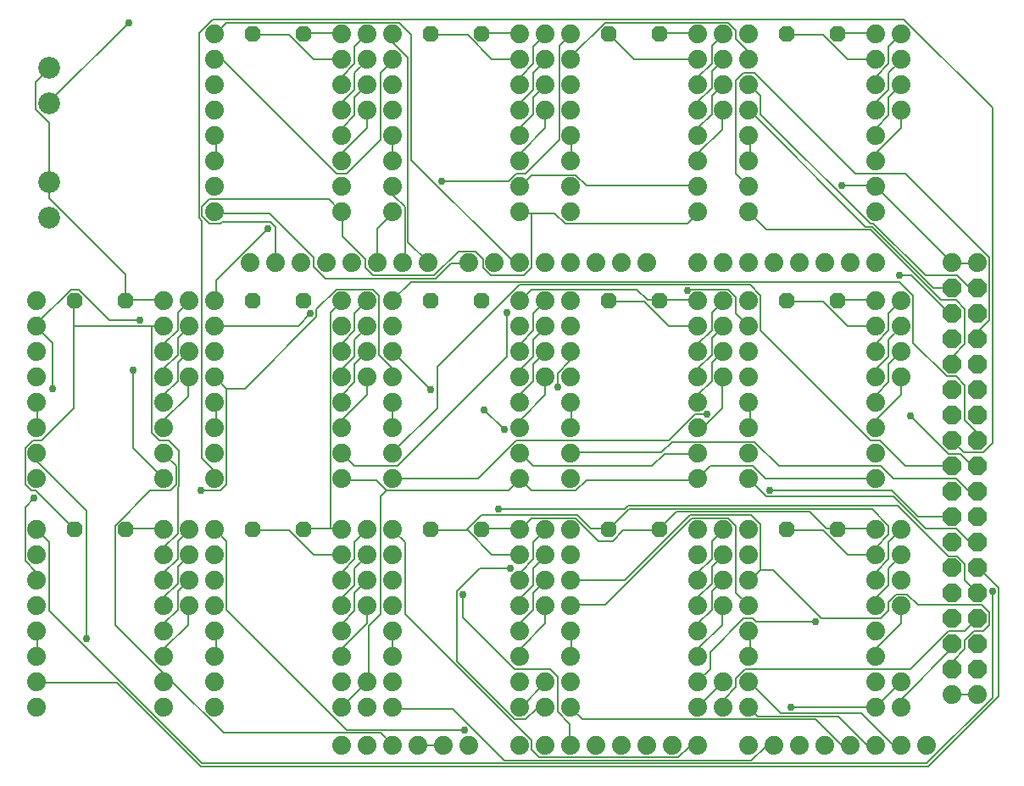
<source format=gbr>
G04 EAGLE Gerber RS-274X export*
G75*
%MOMM*%
%FSLAX34Y34*%
%LPD*%
%INTop Copper*%
%IPPOS*%
%AMOC8*
5,1,8,0,0,1.08239X$1,22.5*%
G01*
%ADD10C,1.879600*%
%ADD11P,2.034460X8X112.500000*%
%ADD12P,1.732040X8X202.500000*%
%ADD13C,2.184400*%
%ADD14C,0.152400*%
%ADD15C,0.756400*%


D10*
X203200Y63500D03*
X203200Y88900D03*
X203200Y114300D03*
X203200Y139700D03*
X203200Y165100D03*
X203200Y190500D03*
X203200Y215900D03*
X203200Y241300D03*
X381000Y63500D03*
X381000Y88900D03*
X381000Y114300D03*
X381000Y139700D03*
X381000Y165100D03*
X381000Y190500D03*
X381000Y215900D03*
X381000Y241300D03*
X558800Y63500D03*
X558800Y88900D03*
X558800Y114300D03*
X558800Y139700D03*
X558800Y165100D03*
X558800Y190500D03*
X558800Y215900D03*
X558800Y241300D03*
X736600Y63500D03*
X736600Y88900D03*
X736600Y114300D03*
X736600Y139700D03*
X736600Y165100D03*
X736600Y190500D03*
X736600Y215900D03*
X736600Y241300D03*
X25400Y241300D03*
X25400Y215900D03*
X25400Y190500D03*
X25400Y165100D03*
X25400Y139700D03*
X25400Y114300D03*
X25400Y88900D03*
X25400Y63500D03*
X736600Y469900D03*
X736600Y444500D03*
X736600Y419100D03*
X736600Y393700D03*
X736600Y368300D03*
X736600Y342900D03*
X736600Y317500D03*
X736600Y292100D03*
X558800Y469900D03*
X558800Y444500D03*
X558800Y419100D03*
X558800Y393700D03*
X558800Y368300D03*
X558800Y342900D03*
X558800Y317500D03*
X558800Y292100D03*
X381000Y469900D03*
X381000Y444500D03*
X381000Y419100D03*
X381000Y393700D03*
X381000Y368300D03*
X381000Y342900D03*
X381000Y317500D03*
X381000Y292100D03*
X203200Y469900D03*
X203200Y444500D03*
X203200Y419100D03*
X203200Y393700D03*
X203200Y368300D03*
X203200Y342900D03*
X203200Y317500D03*
X203200Y292100D03*
X25400Y469900D03*
X25400Y444500D03*
X25400Y419100D03*
X25400Y393700D03*
X25400Y368300D03*
X25400Y342900D03*
X25400Y317500D03*
X25400Y292100D03*
X736600Y736600D03*
X736600Y711200D03*
X736600Y685800D03*
X736600Y660400D03*
X736600Y635000D03*
X736600Y609600D03*
X736600Y584200D03*
X736600Y558800D03*
X558800Y736600D03*
X558800Y711200D03*
X558800Y685800D03*
X558800Y660400D03*
X558800Y635000D03*
X558800Y609600D03*
X558800Y584200D03*
X558800Y558800D03*
X381000Y736600D03*
X381000Y711200D03*
X381000Y685800D03*
X381000Y660400D03*
X381000Y635000D03*
X381000Y609600D03*
X381000Y584200D03*
X381000Y558800D03*
X203200Y736600D03*
X203200Y711200D03*
X203200Y685800D03*
X203200Y660400D03*
X203200Y635000D03*
X203200Y609600D03*
X203200Y584200D03*
X203200Y558800D03*
X330200Y63500D03*
X330200Y88900D03*
X330200Y114300D03*
X330200Y139700D03*
X330200Y165100D03*
X330200Y190500D03*
X330200Y215900D03*
X330200Y241300D03*
X355600Y165100D03*
X355600Y190500D03*
X355600Y215900D03*
X355600Y241300D03*
X355600Y63500D03*
X355600Y88900D03*
X533400Y63500D03*
X533400Y88900D03*
X711200Y63500D03*
X711200Y88900D03*
X889000Y63500D03*
X889000Y88900D03*
X508000Y63500D03*
X508000Y88900D03*
X508000Y114300D03*
X508000Y139700D03*
X508000Y165100D03*
X508000Y190500D03*
X508000Y215900D03*
X508000Y241300D03*
X533400Y165100D03*
X533400Y190500D03*
X533400Y215900D03*
X533400Y241300D03*
X685800Y63500D03*
X685800Y88900D03*
X685800Y114300D03*
X685800Y139700D03*
X685800Y165100D03*
X685800Y190500D03*
X685800Y215900D03*
X685800Y241300D03*
X863600Y63500D03*
X863600Y88900D03*
X863600Y114300D03*
X863600Y139700D03*
X863600Y165100D03*
X863600Y190500D03*
X863600Y215900D03*
X863600Y241300D03*
X152400Y63500D03*
X152400Y88900D03*
X152400Y114300D03*
X152400Y139700D03*
X152400Y165100D03*
X152400Y190500D03*
X152400Y215900D03*
X152400Y241300D03*
X863600Y292100D03*
X863600Y317500D03*
X863600Y342900D03*
X863600Y368300D03*
X863600Y393700D03*
X863600Y419100D03*
X863600Y444500D03*
X863600Y469900D03*
X685800Y292100D03*
X685800Y317500D03*
X685800Y342900D03*
X685800Y368300D03*
X685800Y393700D03*
X685800Y419100D03*
X685800Y444500D03*
X685800Y469900D03*
X508000Y292100D03*
X508000Y317500D03*
X508000Y342900D03*
X508000Y368300D03*
X508000Y393700D03*
X508000Y419100D03*
X508000Y444500D03*
X508000Y469900D03*
X330200Y292100D03*
X330200Y317500D03*
X330200Y342900D03*
X330200Y368300D03*
X330200Y393700D03*
X330200Y419100D03*
X330200Y444500D03*
X330200Y469900D03*
X152400Y292100D03*
X152400Y317500D03*
X152400Y342900D03*
X152400Y368300D03*
X152400Y393700D03*
X152400Y419100D03*
X152400Y444500D03*
X152400Y469900D03*
X863600Y558800D03*
X863600Y584200D03*
X863600Y609600D03*
X863600Y635000D03*
X863600Y660400D03*
X863600Y685800D03*
X863600Y711200D03*
X863600Y736600D03*
X685800Y558800D03*
X685800Y584200D03*
X685800Y609600D03*
X685800Y635000D03*
X685800Y660400D03*
X685800Y685800D03*
X685800Y711200D03*
X685800Y736600D03*
X508000Y558800D03*
X508000Y584200D03*
X508000Y609600D03*
X508000Y635000D03*
X508000Y660400D03*
X508000Y685800D03*
X508000Y711200D03*
X508000Y736600D03*
X330200Y558800D03*
X330200Y584200D03*
X330200Y609600D03*
X330200Y635000D03*
X330200Y660400D03*
X330200Y685800D03*
X330200Y711200D03*
X330200Y736600D03*
X711200Y165100D03*
X711200Y190500D03*
X711200Y215900D03*
X711200Y241300D03*
X889000Y165100D03*
X889000Y190500D03*
X889000Y215900D03*
X889000Y241300D03*
X177800Y165100D03*
X177800Y190500D03*
X177800Y215900D03*
X177800Y241300D03*
X889000Y393700D03*
X889000Y419100D03*
X889000Y444500D03*
X889000Y469900D03*
X711200Y393700D03*
X711200Y419100D03*
X711200Y444500D03*
X711200Y469900D03*
X533400Y393700D03*
X533400Y419100D03*
X533400Y444500D03*
X533400Y469900D03*
X355600Y393700D03*
X355600Y419100D03*
X355600Y444500D03*
X355600Y469900D03*
X177800Y393700D03*
X177800Y419100D03*
X177800Y444500D03*
X177800Y469900D03*
X889000Y660400D03*
X889000Y685800D03*
X889000Y711200D03*
X889000Y736600D03*
X711200Y660400D03*
X711200Y685800D03*
X711200Y711200D03*
X711200Y736600D03*
X533400Y660400D03*
X533400Y685800D03*
X533400Y711200D03*
X533400Y736600D03*
X355600Y660400D03*
X355600Y685800D03*
X355600Y711200D03*
X355600Y736600D03*
X762000Y25400D03*
X787400Y25400D03*
X812800Y25400D03*
X838200Y25400D03*
X863600Y25400D03*
X889000Y25400D03*
X914400Y25400D03*
X736600Y25400D03*
X711200Y508000D03*
X736600Y508000D03*
X762000Y508000D03*
X787400Y508000D03*
X812800Y508000D03*
X838200Y508000D03*
X863600Y508000D03*
X685800Y508000D03*
X533400Y25400D03*
X558800Y25400D03*
X584200Y25400D03*
X609600Y25400D03*
X635000Y25400D03*
X660400Y25400D03*
X685800Y25400D03*
X508000Y25400D03*
X482600Y508000D03*
X508000Y508000D03*
X533400Y508000D03*
X558800Y508000D03*
X584200Y508000D03*
X609600Y508000D03*
X635000Y508000D03*
X457200Y508000D03*
X264160Y508000D03*
X289560Y508000D03*
X314960Y508000D03*
X340360Y508000D03*
X365760Y508000D03*
X391160Y508000D03*
X416560Y508000D03*
X238760Y508000D03*
D11*
X965200Y304800D03*
X939800Y304800D03*
X965200Y330200D03*
X939800Y330200D03*
X965200Y355600D03*
X939800Y355600D03*
X965200Y381000D03*
X939800Y381000D03*
X965200Y406400D03*
X939800Y406400D03*
X965200Y431800D03*
X939800Y431800D03*
X965200Y457200D03*
X939800Y457200D03*
X965200Y482600D03*
X939800Y482600D03*
X965200Y101600D03*
X939800Y101600D03*
X965200Y127000D03*
X939800Y127000D03*
X965200Y152400D03*
X939800Y152400D03*
X965200Y177800D03*
X939800Y177800D03*
X965200Y203200D03*
X939800Y203200D03*
X965200Y228600D03*
X939800Y228600D03*
X965200Y254000D03*
X939800Y254000D03*
X965200Y279400D03*
X939800Y279400D03*
D10*
X939800Y76200D03*
X965200Y76200D03*
X939800Y508000D03*
X965200Y508000D03*
X330200Y25400D03*
X355600Y25400D03*
X381000Y25400D03*
X406400Y25400D03*
X431800Y25400D03*
X457200Y25400D03*
D12*
X114300Y241300D03*
X63500Y241300D03*
X292100Y241300D03*
X241300Y241300D03*
X469900Y241300D03*
X419100Y241300D03*
X647700Y241300D03*
X596900Y241300D03*
X825500Y241300D03*
X774700Y241300D03*
X825500Y469900D03*
X774700Y469900D03*
X647700Y469900D03*
X596900Y469900D03*
X469900Y469900D03*
X419100Y469900D03*
X292100Y469900D03*
X241300Y469900D03*
X114300Y469900D03*
X63500Y469900D03*
X825500Y736600D03*
X774700Y736600D03*
X647700Y736600D03*
X596900Y736600D03*
X469900Y736600D03*
X419100Y736600D03*
X292100Y736600D03*
X241300Y736600D03*
D13*
X38100Y553500D03*
X38100Y588500D03*
X38100Y667800D03*
X38100Y702800D03*
D14*
X204216Y138684D02*
X204216Y114300D01*
X203200Y114300D01*
X204216Y138684D02*
X203200Y139700D01*
X381000Y139700D02*
X381000Y114300D01*
X559308Y114300D02*
X559308Y138684D01*
X559308Y114300D02*
X558800Y114300D01*
X559308Y138684D02*
X558800Y139700D01*
X737616Y138684D02*
X737616Y114300D01*
X736600Y114300D01*
X737616Y138684D02*
X736600Y139700D01*
X25908Y138684D02*
X25908Y114300D01*
X25400Y114300D01*
X25908Y138684D02*
X25400Y139700D01*
X737616Y342900D02*
X737616Y367284D01*
X737616Y342900D02*
X736600Y342900D01*
X737616Y367284D02*
X736600Y368300D01*
X559308Y367284D02*
X559308Y342900D01*
X558800Y342900D01*
X559308Y367284D02*
X558800Y368300D01*
X381000Y368300D02*
X381000Y342900D01*
X204216Y342900D02*
X204216Y367284D01*
X204216Y342900D02*
X203200Y342900D01*
X204216Y367284D02*
X203200Y368300D01*
X25908Y367284D02*
X25908Y342900D01*
X25400Y342900D01*
X25908Y367284D02*
X25400Y368300D01*
X737616Y609600D02*
X737616Y633984D01*
X737616Y609600D02*
X736600Y609600D01*
X737616Y633984D02*
X736600Y635000D01*
X559308Y633984D02*
X559308Y609600D01*
X558800Y609600D01*
X559308Y633984D02*
X558800Y635000D01*
X381000Y635000D02*
X381000Y609600D01*
X204216Y609600D02*
X204216Y633984D01*
X204216Y609600D02*
X203200Y609600D01*
X204216Y633984D02*
X203200Y635000D01*
X330708Y123444D02*
X330708Y114300D01*
X330708Y123444D02*
X355092Y147828D01*
X355092Y164592D01*
X330708Y114300D02*
X330200Y114300D01*
X355092Y164592D02*
X355600Y165100D01*
X330708Y147828D02*
X330708Y140208D01*
X330708Y147828D02*
X342900Y160020D01*
X342900Y178308D01*
X355092Y190500D01*
X330708Y140208D02*
X330200Y139700D01*
X355092Y190500D02*
X355600Y190500D01*
X330708Y173736D02*
X330708Y166116D01*
X330708Y173736D02*
X342900Y185928D01*
X342900Y202692D01*
X355092Y214884D01*
X330708Y166116D02*
X330200Y165100D01*
X355092Y214884D02*
X355600Y215900D01*
X330708Y199644D02*
X330708Y190500D01*
X330708Y199644D02*
X342900Y211836D01*
X342900Y228600D01*
X355600Y241300D01*
X330708Y190500D02*
X330200Y190500D01*
X509016Y123444D02*
X509016Y114300D01*
X509016Y123444D02*
X533400Y147828D01*
X533400Y165100D01*
X509016Y114300D02*
X508000Y114300D01*
X509016Y140208D02*
X509016Y149352D01*
X521208Y161544D01*
X521208Y178308D01*
X533400Y190500D01*
X509016Y140208D02*
X508000Y139700D01*
X509016Y166116D02*
X509016Y173736D01*
X521208Y185928D01*
X521208Y202692D01*
X533400Y214884D01*
X509016Y166116D02*
X508000Y165100D01*
X533400Y214884D02*
X533400Y215900D01*
X509016Y199644D02*
X509016Y190500D01*
X509016Y199644D02*
X521208Y211836D01*
X521208Y228600D01*
X533400Y240792D01*
X509016Y190500D02*
X508000Y190500D01*
X533400Y240792D02*
X533400Y241300D01*
X685800Y121920D02*
X685800Y114300D01*
X685800Y121920D02*
X710184Y146304D01*
X710184Y164592D01*
X711200Y165100D01*
X685800Y147828D02*
X685800Y139700D01*
X685800Y147828D02*
X699516Y161544D01*
X699516Y179832D01*
X710184Y190500D01*
X711200Y190500D01*
X685800Y173736D02*
X685800Y165100D01*
X685800Y173736D02*
X699516Y187452D01*
X699516Y204216D01*
X711200Y215900D01*
X685800Y198120D02*
X685800Y190500D01*
X685800Y198120D02*
X699516Y211836D01*
X699516Y230124D01*
X710184Y240792D01*
X711200Y241300D01*
X864108Y123444D02*
X864108Y114300D01*
X864108Y123444D02*
X888492Y147828D01*
X888492Y164592D01*
X864108Y114300D02*
X863600Y114300D01*
X888492Y164592D02*
X889000Y165100D01*
X864108Y166116D02*
X864108Y173736D01*
X876300Y185928D01*
X876300Y202692D01*
X888492Y214884D01*
X864108Y166116D02*
X863600Y165100D01*
X888492Y214884D02*
X889000Y215900D01*
X864108Y199644D02*
X864108Y190500D01*
X864108Y199644D02*
X876300Y211836D01*
X876300Y228600D01*
X889000Y241300D01*
X864108Y190500D02*
X863600Y190500D01*
X152400Y121920D02*
X152400Y114300D01*
X152400Y121920D02*
X176784Y146304D01*
X176784Y164592D01*
X177800Y165100D01*
X152400Y147828D02*
X152400Y139700D01*
X152400Y147828D02*
X166116Y161544D01*
X166116Y179832D01*
X176784Y190500D01*
X177800Y190500D01*
X152400Y173736D02*
X152400Y165100D01*
X152400Y173736D02*
X166116Y187452D01*
X166116Y204216D01*
X177800Y215900D01*
X152400Y198120D02*
X152400Y190500D01*
X152400Y198120D02*
X166116Y211836D01*
X166116Y230124D01*
X176784Y240792D01*
X177800Y241300D01*
X864108Y342900D02*
X864108Y352044D01*
X888492Y376428D01*
X888492Y393192D01*
X864108Y342900D02*
X863600Y342900D01*
X888492Y393192D02*
X889000Y393700D01*
X864108Y376428D02*
X864108Y368808D01*
X864108Y376428D02*
X876300Y388620D01*
X876300Y406908D01*
X888492Y419100D01*
X864108Y368808D02*
X863600Y368300D01*
X888492Y419100D02*
X889000Y419100D01*
X864108Y402336D02*
X864108Y394716D01*
X864108Y402336D02*
X876300Y414528D01*
X876300Y431292D01*
X888492Y443484D01*
X864108Y394716D02*
X863600Y393700D01*
X888492Y443484D02*
X889000Y444500D01*
X864108Y428244D02*
X864108Y419100D01*
X864108Y428244D02*
X876300Y440436D01*
X876300Y457200D01*
X889000Y469900D01*
X864108Y419100D02*
X863600Y419100D01*
X690372Y342900D02*
X685800Y342900D01*
X690372Y342900D02*
X710184Y362712D01*
X710184Y393192D01*
X711200Y393700D01*
X685800Y376428D02*
X685800Y368300D01*
X685800Y376428D02*
X699516Y390144D01*
X699516Y408432D01*
X710184Y419100D01*
X711200Y419100D01*
X685800Y402336D02*
X685800Y393700D01*
X685800Y402336D02*
X699516Y416052D01*
X699516Y432816D01*
X711200Y444500D01*
X685800Y426720D02*
X685800Y419100D01*
X685800Y426720D02*
X699516Y440436D01*
X699516Y458724D01*
X710184Y469392D01*
X711200Y469900D01*
X509016Y352044D02*
X509016Y342900D01*
X509016Y352044D02*
X533400Y376428D01*
X533400Y393700D01*
X509016Y342900D02*
X508000Y342900D01*
X509016Y368808D02*
X509016Y377952D01*
X521208Y390144D01*
X521208Y406908D01*
X533400Y419100D01*
X509016Y368808D02*
X508000Y368300D01*
X509016Y394716D02*
X509016Y402336D01*
X521208Y414528D01*
X521208Y431292D01*
X533400Y443484D01*
X509016Y394716D02*
X508000Y393700D01*
X533400Y443484D02*
X533400Y444500D01*
X509016Y428244D02*
X509016Y419100D01*
X509016Y428244D02*
X521208Y440436D01*
X521208Y457200D01*
X533400Y469392D01*
X509016Y419100D02*
X508000Y419100D01*
X533400Y469392D02*
X533400Y469900D01*
X330708Y352044D02*
X330708Y342900D01*
X330708Y352044D02*
X355092Y376428D01*
X355092Y393192D01*
X330708Y342900D02*
X330200Y342900D01*
X355092Y393192D02*
X355600Y393700D01*
X330708Y376428D02*
X330708Y368808D01*
X330708Y376428D02*
X342900Y388620D01*
X342900Y406908D01*
X355092Y419100D01*
X330708Y368808D02*
X330200Y368300D01*
X355092Y419100D02*
X355600Y419100D01*
X330708Y402336D02*
X330708Y394716D01*
X330708Y402336D02*
X342900Y414528D01*
X342900Y431292D01*
X355092Y443484D01*
X330708Y394716D02*
X330200Y393700D01*
X355092Y443484D02*
X355600Y444500D01*
X330708Y428244D02*
X330708Y419100D01*
X330708Y428244D02*
X342900Y440436D01*
X342900Y457200D01*
X355600Y469900D01*
X330708Y419100D02*
X330200Y419100D01*
X152400Y350520D02*
X152400Y342900D01*
X152400Y350520D02*
X176784Y374904D01*
X176784Y393192D01*
X177800Y393700D01*
X152400Y376428D02*
X152400Y368300D01*
X152400Y376428D02*
X166116Y390144D01*
X166116Y408432D01*
X176784Y419100D01*
X177800Y419100D01*
X152400Y402336D02*
X152400Y393700D01*
X152400Y402336D02*
X166116Y416052D01*
X166116Y432816D01*
X177800Y444500D01*
X152400Y426720D02*
X152400Y419100D01*
X152400Y426720D02*
X166116Y440436D01*
X166116Y458724D01*
X176784Y469392D01*
X177800Y469900D01*
X864108Y609600D02*
X864108Y618744D01*
X888492Y643128D01*
X888492Y659892D01*
X864108Y609600D02*
X863600Y609600D01*
X888492Y659892D02*
X889000Y660400D01*
X864108Y643128D02*
X864108Y635508D01*
X864108Y643128D02*
X876300Y655320D01*
X876300Y673608D01*
X888492Y685800D01*
X864108Y635508D02*
X863600Y635000D01*
X888492Y685800D02*
X889000Y685800D01*
X864108Y669036D02*
X864108Y661416D01*
X864108Y669036D02*
X876300Y681228D01*
X876300Y697992D01*
X888492Y710184D01*
X864108Y661416D02*
X863600Y660400D01*
X888492Y710184D02*
X889000Y711200D01*
X864108Y694944D02*
X864108Y685800D01*
X864108Y694944D02*
X876300Y707136D01*
X876300Y723900D01*
X889000Y736600D01*
X864108Y685800D02*
X863600Y685800D01*
X685800Y617220D02*
X685800Y609600D01*
X685800Y617220D02*
X710184Y641604D01*
X710184Y659892D01*
X711200Y660400D01*
X685800Y643128D02*
X685800Y635000D01*
X685800Y643128D02*
X699516Y656844D01*
X699516Y675132D01*
X710184Y685800D01*
X711200Y685800D01*
X685800Y669036D02*
X685800Y660400D01*
X685800Y669036D02*
X699516Y682752D01*
X699516Y699516D01*
X711200Y711200D01*
X685800Y693420D02*
X685800Y685800D01*
X685800Y693420D02*
X699516Y707136D01*
X699516Y725424D01*
X710184Y736092D01*
X711200Y736600D01*
X509016Y618744D02*
X509016Y609600D01*
X509016Y618744D02*
X533400Y643128D01*
X533400Y660400D01*
X509016Y609600D02*
X508000Y609600D01*
X509016Y635508D02*
X509016Y644652D01*
X521208Y656844D01*
X521208Y673608D01*
X533400Y685800D01*
X509016Y635508D02*
X508000Y635000D01*
X509016Y661416D02*
X509016Y669036D01*
X521208Y681228D01*
X521208Y697992D01*
X533400Y710184D01*
X509016Y661416D02*
X508000Y660400D01*
X533400Y710184D02*
X533400Y711200D01*
X509016Y694944D02*
X509016Y685800D01*
X509016Y694944D02*
X521208Y707136D01*
X521208Y723900D01*
X533400Y736092D01*
X509016Y685800D02*
X508000Y685800D01*
X533400Y736092D02*
X533400Y736600D01*
X330708Y618744D02*
X330708Y609600D01*
X330708Y618744D02*
X355092Y643128D01*
X355092Y659892D01*
X330708Y609600D02*
X330200Y609600D01*
X355092Y659892D02*
X355600Y660400D01*
X330708Y643128D02*
X330708Y635508D01*
X330708Y643128D02*
X342900Y655320D01*
X342900Y673608D01*
X355092Y685800D01*
X330708Y635508D02*
X330200Y635000D01*
X355092Y685800D02*
X355600Y685800D01*
X330708Y669036D02*
X330708Y661416D01*
X330708Y669036D02*
X342900Y681228D01*
X342900Y697992D01*
X355092Y710184D01*
X330708Y661416D02*
X330200Y660400D01*
X355092Y710184D02*
X355600Y711200D01*
X330708Y694944D02*
X330708Y685800D01*
X330708Y694944D02*
X342900Y707136D01*
X342900Y723900D01*
X355600Y736600D01*
X330708Y685800D02*
X330200Y685800D01*
X939800Y76200D02*
X965200Y76200D01*
X889000Y88900D02*
X863600Y63500D01*
X710184Y88392D02*
X685800Y64008D01*
X685800Y63500D01*
X710184Y88392D02*
X711200Y88900D01*
X533400Y88392D02*
X509016Y64008D01*
X508000Y63500D01*
X533400Y88392D02*
X533400Y88900D01*
X431292Y25908D02*
X406908Y25908D01*
X406400Y25400D01*
X431292Y25908D02*
X431800Y25400D01*
X355600Y88900D02*
X330200Y63500D01*
X778764Y64008D02*
X862584Y64008D01*
X863600Y63500D01*
X263652Y509016D02*
X263652Y544068D01*
X259080Y548640D01*
X210312Y548640D01*
X208788Y547116D01*
X198120Y547116D01*
X190500Y554736D01*
X190500Y563880D01*
X198120Y571500D01*
X316992Y571500D01*
X329184Y559308D01*
X263652Y509016D02*
X264160Y508000D01*
X329184Y559308D02*
X330200Y558800D01*
X519684Y557784D02*
X542544Y557784D01*
X519684Y557784D02*
X509016Y557784D01*
X542544Y557784D02*
X553212Y547116D01*
X675132Y547116D01*
X685800Y557784D01*
X509016Y557784D02*
X508000Y558800D01*
X685800Y558800D02*
X685800Y557784D01*
X330708Y557784D02*
X330708Y534924D01*
X353568Y512064D01*
X353568Y502920D01*
X361188Y495300D01*
X422148Y495300D01*
X446532Y519684D01*
X463296Y519684D01*
X470916Y512064D01*
X470916Y502920D01*
X478536Y495300D01*
X512064Y495300D01*
X519684Y502920D01*
X519684Y557784D01*
X330708Y557784D02*
X330200Y558800D01*
X330708Y291084D02*
X364236Y291084D01*
X374904Y280416D01*
X496824Y280416D01*
X507492Y291084D01*
X330708Y291084D02*
X330200Y292100D01*
X507492Y291084D02*
X508000Y292100D01*
X574548Y291084D02*
X685800Y291084D01*
X574548Y291084D02*
X563880Y280416D01*
X519684Y280416D01*
X508000Y292100D01*
X685800Y292100D02*
X685800Y291084D01*
X752856Y292608D02*
X862584Y292608D01*
X752856Y292608D02*
X740664Y304800D01*
X697992Y304800D01*
X685800Y292608D01*
X862584Y292608D02*
X863600Y292100D01*
X685800Y292608D02*
X685800Y292100D01*
X121920Y323088D02*
X121920Y400812D01*
X121920Y323088D02*
X152400Y292608D01*
X152400Y292100D01*
X356616Y144780D02*
X356616Y89916D01*
X356616Y144780D02*
X368808Y156972D01*
X368808Y274320D01*
X374904Y280416D01*
X356616Y89916D02*
X355600Y88900D01*
D15*
X778764Y64008D03*
X121920Y400812D03*
D14*
X557784Y47244D02*
X557784Y25908D01*
X557784Y47244D02*
X545592Y59436D01*
X545592Y94488D01*
X537972Y102108D01*
X502920Y102108D01*
X451104Y153924D01*
X451104Y176784D01*
X557784Y25908D02*
X558800Y25400D01*
D15*
X451104Y176784D03*
D14*
X558800Y190500D02*
X612648Y190500D01*
X678180Y256032D01*
X739140Y256032D01*
X748284Y246888D01*
X748284Y201168D01*
X737616Y190500D01*
X736600Y190500D01*
X940308Y109728D02*
X940308Y102108D01*
X940308Y109728D02*
X952500Y121920D01*
X952500Y131064D01*
X961644Y140208D01*
X970788Y140208D01*
X976884Y146304D01*
X976884Y158496D01*
X969264Y166116D01*
X905256Y166116D01*
X894588Y176784D01*
X883920Y176784D01*
X876300Y169164D01*
X876300Y160020D01*
X868680Y152400D01*
X809244Y152400D01*
X760476Y201168D01*
X748284Y201168D01*
X939800Y101600D02*
X940308Y102108D01*
X592836Y166116D02*
X559308Y166116D01*
X592836Y166116D02*
X679704Y252984D01*
X716280Y252984D01*
X723900Y245364D01*
X723900Y178308D01*
X736092Y166116D01*
X559308Y166116D02*
X558800Y165100D01*
X736092Y166116D02*
X736600Y165100D01*
X920496Y483108D02*
X938784Y483108D01*
X920496Y483108D02*
X859536Y544068D01*
X853440Y544068D01*
X737616Y659892D01*
X938784Y483108D02*
X939800Y482600D01*
X737616Y659892D02*
X736600Y660400D01*
X208788Y280416D02*
X188976Y280416D01*
X208788Y280416D02*
X214884Y286512D01*
X214884Y382524D01*
X204216Y393192D01*
X203200Y393700D01*
X381000Y393700D02*
X381000Y402336D01*
X367284Y416052D01*
X367284Y475488D01*
X361188Y481584D01*
X324612Y481584D01*
X304800Y461772D01*
X304800Y454152D01*
X233172Y382524D01*
X214884Y382524D01*
D15*
X188976Y280416D03*
D14*
X24384Y199644D02*
X24384Y190500D01*
X24384Y199644D02*
X13716Y210312D01*
X13716Y263652D01*
X22860Y272796D01*
X24384Y190500D02*
X25400Y190500D01*
X557784Y409956D02*
X557784Y419100D01*
X557784Y409956D02*
X545592Y397764D01*
X545592Y384048D01*
X419100Y381000D02*
X381000Y419100D01*
X557784Y419100D02*
X558800Y419100D01*
X957072Y483108D02*
X964692Y483108D01*
X957072Y483108D02*
X944880Y495300D01*
X912876Y495300D01*
X861060Y547116D01*
X858012Y547116D01*
X748284Y656844D01*
X748284Y675132D01*
X737616Y685800D01*
X964692Y483108D02*
X965200Y482600D01*
X737616Y685800D02*
X736600Y685800D01*
D15*
X22860Y272796D03*
X545592Y384048D03*
X419100Y381000D03*
D14*
X286512Y445008D02*
X204216Y445008D01*
X286512Y445008D02*
X298704Y457200D01*
X204216Y445008D02*
X203200Y444500D01*
X41148Y428244D02*
X41148Y382524D01*
X41148Y428244D02*
X25908Y443484D01*
X25400Y444500D01*
X97536Y451104D02*
X128016Y451104D01*
X97536Y451104D02*
X67056Y481584D01*
X59436Y481584D01*
X25908Y448056D01*
X25908Y445008D01*
X25400Y444500D01*
X675132Y480060D02*
X678180Y480060D01*
X679704Y481584D01*
X716280Y481584D01*
X723900Y473964D01*
X723900Y457200D01*
X736600Y444500D01*
X211836Y710184D02*
X204216Y710184D01*
X211836Y710184D02*
X324612Y597408D01*
X335280Y597408D01*
X368808Y630936D01*
X368808Y697992D01*
X381000Y710184D01*
X204216Y710184D02*
X203200Y711200D01*
X381000Y711200D02*
X381000Y710184D01*
X736092Y711708D02*
X736092Y719328D01*
X723900Y731520D01*
X723900Y740664D01*
X716280Y748284D01*
X592836Y748284D01*
X559308Y714756D01*
X559308Y711708D01*
X736092Y711708D02*
X736600Y711200D01*
X559308Y711708D02*
X558800Y711200D01*
X886968Y495300D02*
X899160Y495300D01*
X937260Y457200D01*
X939800Y457200D01*
D15*
X298704Y457200D03*
X41148Y382524D03*
X128016Y451104D03*
X675132Y480060D03*
X886968Y495300D03*
D14*
X940308Y507492D02*
X964692Y507492D01*
X940308Y507492D02*
X939800Y508000D01*
X964692Y507492D02*
X965200Y508000D01*
X939800Y508000D02*
X863600Y584200D01*
X685800Y585216D02*
X574548Y585216D01*
X563880Y595884D01*
X519684Y595884D01*
X508000Y584200D01*
X685800Y584200D02*
X685800Y585216D01*
X829056Y585216D02*
X862584Y585216D01*
X863600Y584200D01*
X803148Y149352D02*
X743712Y149352D01*
X740664Y152400D01*
X731520Y152400D01*
X697992Y118872D01*
X697992Y102108D01*
X685800Y89916D01*
X685800Y88900D01*
X161544Y88392D02*
X152400Y88392D01*
X161544Y88392D02*
X211836Y38100D01*
X368808Y38100D01*
X381000Y25908D01*
X152400Y88392D02*
X152400Y88900D01*
X381000Y25908D02*
X381000Y25400D01*
X652272Y316992D02*
X685800Y316992D01*
X652272Y316992D02*
X640080Y304800D01*
X521208Y304800D01*
X509016Y316992D01*
X685800Y316992D02*
X685800Y317500D01*
X509016Y316992D02*
X508000Y317500D01*
X152400Y97536D02*
X152400Y88900D01*
X152400Y97536D02*
X103632Y146304D01*
X103632Y245364D01*
X138684Y280416D01*
X158496Y280416D01*
X164592Y286512D01*
X164592Y304800D01*
X152400Y316992D01*
X152400Y317500D01*
X495300Y414528D02*
X495300Y458724D01*
X495300Y414528D02*
X385572Y304800D01*
X342900Y304800D01*
X330200Y317500D01*
D15*
X829056Y585216D03*
X803148Y149352D03*
X495300Y458724D03*
D14*
X775716Y240792D02*
X810768Y240792D01*
X835152Y216408D01*
X862584Y216408D01*
X775716Y240792D02*
X774700Y241300D01*
X862584Y216408D02*
X863600Y215900D01*
X455676Y240792D02*
X454152Y240792D01*
X419100Y240792D01*
X455676Y240792D02*
X480060Y216408D01*
X507492Y216408D01*
X419100Y240792D02*
X419100Y241300D01*
X507492Y216408D02*
X508000Y215900D01*
X277368Y240792D02*
X242316Y240792D01*
X277368Y240792D02*
X301752Y216408D01*
X329184Y216408D01*
X242316Y240792D02*
X241300Y241300D01*
X329184Y216408D02*
X330200Y215900D01*
X579120Y242316D02*
X595884Y242316D01*
X579120Y242316D02*
X565404Y256032D01*
X469392Y256032D01*
X454152Y240792D01*
X595884Y242316D02*
X596900Y241300D01*
X864108Y224028D02*
X864108Y216408D01*
X864108Y224028D02*
X876300Y236220D01*
X876300Y245364D01*
X859536Y262128D01*
X617220Y262128D01*
X597408Y242316D01*
X863600Y215900D02*
X864108Y216408D01*
X597408Y242316D02*
X596900Y241300D01*
X775716Y736092D02*
X810768Y736092D01*
X835152Y711708D01*
X862584Y711708D01*
X775716Y736092D02*
X774700Y736600D01*
X862584Y711708D02*
X863600Y711200D01*
X277368Y736092D02*
X242316Y736092D01*
X277368Y736092D02*
X301752Y711708D01*
X329184Y711708D01*
X242316Y736092D02*
X241300Y736600D01*
X329184Y711708D02*
X330200Y711200D01*
X419100Y736092D02*
X455676Y736092D01*
X480060Y711708D01*
X507492Y711708D01*
X419100Y736092D02*
X419100Y736600D01*
X507492Y711708D02*
X508000Y711200D01*
X621792Y711708D02*
X685800Y711708D01*
X621792Y711708D02*
X596900Y736600D01*
X685800Y711708D02*
X685800Y711200D01*
X775716Y469392D02*
X810768Y469392D01*
X835152Y445008D01*
X862584Y445008D01*
X775716Y469392D02*
X774700Y469900D01*
X862584Y445008D02*
X863600Y444500D01*
X632460Y469392D02*
X597408Y469392D01*
X632460Y469392D02*
X656844Y445008D01*
X685800Y445008D01*
X597408Y469392D02*
X596900Y469900D01*
X685800Y445008D02*
X685800Y444500D01*
X63500Y241300D02*
X24384Y280416D01*
X19812Y280416D01*
X13716Y286512D01*
X13716Y323088D01*
X21336Y330708D01*
X30480Y330708D01*
X62484Y362712D01*
X62484Y445008D02*
X62484Y469392D01*
X62484Y445008D02*
X62484Y362712D01*
X62484Y469392D02*
X63500Y469900D01*
X62484Y445008D02*
X140208Y445008D01*
X152400Y445008D01*
X152400Y444500D01*
X38100Y669036D02*
X117348Y748284D01*
X38100Y669036D02*
X38100Y667800D01*
X152400Y224028D02*
X152400Y215900D01*
X152400Y224028D02*
X166116Y237744D01*
X166116Y283464D01*
X167640Y284988D01*
X167640Y320040D01*
X156972Y330708D01*
X147828Y330708D01*
X140208Y338328D01*
X140208Y445008D01*
D15*
X117348Y748284D03*
D14*
X826008Y242316D02*
X862584Y242316D01*
X826008Y242316D02*
X825500Y241300D01*
X862584Y242316D02*
X863600Y241300D01*
X507492Y242316D02*
X470916Y242316D01*
X469900Y241300D01*
X507492Y242316D02*
X508000Y241300D01*
X611124Y240792D02*
X647700Y240792D01*
X611124Y240792D02*
X600456Y230124D01*
X586740Y230124D01*
X563880Y252984D01*
X519684Y252984D01*
X508000Y241300D01*
X647700Y240792D02*
X647700Y241300D01*
X152400Y242316D02*
X114300Y242316D01*
X114300Y241300D01*
X152400Y241300D02*
X152400Y242316D01*
X318516Y242316D02*
X329184Y242316D01*
X318516Y242316D02*
X292608Y242316D01*
X292100Y241300D01*
X329184Y242316D02*
X330200Y241300D01*
X813816Y242316D02*
X824484Y242316D01*
X813816Y242316D02*
X797052Y259080D01*
X664464Y259080D01*
X647700Y242316D01*
X824484Y242316D02*
X825500Y241300D01*
X647700Y241300D02*
X647700Y242316D01*
X826008Y737616D02*
X862584Y737616D01*
X826008Y737616D02*
X825500Y736600D01*
X862584Y737616D02*
X863600Y736600D01*
X685800Y737616D02*
X647700Y737616D01*
X647700Y736600D01*
X685800Y736600D02*
X685800Y737616D01*
X329184Y737616D02*
X292608Y737616D01*
X292100Y736600D01*
X329184Y737616D02*
X330200Y736600D01*
X470916Y737616D02*
X507492Y737616D01*
X470916Y737616D02*
X469900Y736600D01*
X507492Y737616D02*
X508000Y736600D01*
X38100Y647700D02*
X38100Y588500D01*
X38100Y647700D02*
X24384Y661416D01*
X24384Y688848D01*
X38100Y702564D01*
X38100Y702800D01*
X826008Y470916D02*
X862584Y470916D01*
X826008Y470916D02*
X825500Y469900D01*
X862584Y470916D02*
X863600Y469900D01*
X685800Y470916D02*
X647700Y470916D01*
X685800Y470916D02*
X685800Y469900D01*
X152400Y470916D02*
X114300Y470916D01*
X152400Y470916D02*
X152400Y469900D01*
X635508Y470916D02*
X647700Y470916D01*
X635508Y470916D02*
X624840Y481584D01*
X519684Y481584D01*
X508000Y469900D01*
X647700Y469900D02*
X647700Y470916D01*
X38100Y573024D02*
X38100Y588500D01*
X38100Y573024D02*
X114300Y496824D01*
X114300Y470916D01*
X114300Y469900D01*
X318516Y458724D02*
X318516Y242316D01*
X318516Y458724D02*
X329184Y469392D01*
X330200Y469900D01*
X880872Y25908D02*
X888492Y25908D01*
X880872Y25908D02*
X848868Y57912D01*
X768096Y57912D01*
X737616Y88392D01*
X888492Y25908D02*
X889000Y25400D01*
X737616Y88392D02*
X736600Y88900D01*
X854964Y25908D02*
X862584Y25908D01*
X854964Y25908D02*
X826008Y54864D01*
X745236Y54864D01*
X736600Y63500D01*
X862584Y25908D02*
X863600Y25400D01*
X838200Y25908D02*
X829056Y25908D01*
X803148Y51816D01*
X569976Y51816D01*
X559308Y62484D01*
X838200Y25908D02*
X838200Y25400D01*
X559308Y62484D02*
X558800Y63500D01*
X752856Y24384D02*
X762000Y24384D01*
X752856Y24384D02*
X739140Y10668D01*
X492252Y10668D01*
X440436Y62484D01*
X381000Y62484D01*
X762000Y25400D02*
X762000Y24384D01*
X381000Y62484D02*
X381000Y63500D01*
X676656Y24384D02*
X685800Y24384D01*
X676656Y24384D02*
X665988Y13716D01*
X527304Y13716D01*
X519684Y21336D01*
X519684Y30480D01*
X393192Y156972D01*
X393192Y228600D01*
X381000Y240792D01*
X685800Y25400D02*
X685800Y24384D01*
X381000Y240792D02*
X381000Y241300D01*
X335280Y41148D02*
X452628Y41148D01*
X335280Y41148D02*
X214884Y161544D01*
X214884Y230124D01*
X204216Y240792D01*
X203200Y241300D01*
D15*
X452628Y41148D03*
D14*
X890016Y64008D02*
X890016Y73152D01*
X938784Y121920D01*
X938784Y126492D01*
X890016Y64008D02*
X889000Y63500D01*
X938784Y126492D02*
X939800Y127000D01*
X711708Y71628D02*
X711708Y64008D01*
X711708Y71628D02*
X723900Y83820D01*
X723900Y92964D01*
X733044Y102108D01*
X897636Y102108D01*
X935736Y140208D01*
X952500Y140208D01*
X964692Y152400D01*
X711708Y64008D02*
X711200Y63500D01*
X964692Y152400D02*
X965200Y152400D01*
X533400Y62484D02*
X524256Y62484D01*
X513588Y51816D01*
X502920Y51816D01*
X445008Y109728D01*
X445008Y179832D01*
X467868Y202692D01*
X498348Y202692D01*
X533400Y63500D02*
X533400Y62484D01*
D15*
X498348Y202692D03*
D14*
X486156Y262128D02*
X612648Y262128D01*
X615696Y265176D01*
X885444Y265176D01*
X935736Y214884D01*
X944880Y214884D01*
X952500Y207264D01*
X952500Y190500D01*
X965200Y177800D01*
D15*
X486156Y262128D03*
D14*
X105156Y88392D02*
X25908Y88392D01*
X105156Y88392D02*
X188976Y4572D01*
X915924Y4572D01*
X986028Y74676D01*
X986028Y182880D01*
X966216Y202692D01*
X25908Y88392D02*
X25400Y88900D01*
X965200Y203200D02*
X966216Y202692D01*
X979932Y179832D02*
X979932Y73152D01*
X914400Y7620D01*
X190500Y7620D01*
X38100Y160020D01*
X38100Y228600D01*
X25400Y241300D01*
D15*
X979932Y179832D03*
D14*
X965200Y228600D02*
X957072Y228600D01*
X943356Y242316D01*
X912876Y242316D01*
X880872Y274320D01*
X754380Y274320D01*
X736600Y292100D01*
X905256Y254508D02*
X938784Y254508D01*
X905256Y254508D02*
X879348Y280416D01*
X757428Y280416D01*
X938784Y254508D02*
X939800Y254000D01*
D15*
X757428Y280416D03*
D14*
X955548Y280416D02*
X964692Y280416D01*
X955548Y280416D02*
X943356Y292608D01*
X880872Y292608D01*
X868680Y304800D01*
X766572Y304800D01*
X742188Y329184D01*
X659892Y329184D01*
X649224Y318516D01*
X559308Y318516D01*
X964692Y280416D02*
X965200Y279400D01*
X559308Y318516D02*
X558800Y317500D01*
X466344Y292608D02*
X381000Y292608D01*
X466344Y292608D02*
X504444Y330708D01*
X656844Y330708D01*
X682752Y356616D01*
X694944Y356616D01*
X897636Y355092D02*
X935736Y316992D01*
X947928Y316992D01*
X960120Y304800D01*
X965200Y304800D01*
X381000Y292608D02*
X381000Y292100D01*
D15*
X694944Y356616D03*
X897636Y355092D03*
D14*
X893064Y304800D02*
X939800Y304800D01*
X893064Y304800D02*
X867156Y330708D01*
X858012Y330708D01*
X748284Y440436D01*
X748284Y475488D01*
X737616Y486156D01*
X507492Y486156D01*
X425196Y403860D01*
X425196Y362712D01*
X381000Y318516D01*
X381000Y317500D01*
X964692Y330708D02*
X964692Y338328D01*
X952500Y350520D01*
X952500Y385572D01*
X943356Y394716D01*
X934212Y394716D01*
X900684Y428244D01*
X900684Y475488D01*
X886968Y489204D01*
X399288Y489204D01*
X381000Y470916D01*
X964692Y330708D02*
X965200Y330200D01*
X381000Y469900D02*
X381000Y470916D01*
X202692Y300228D02*
X202692Y292608D01*
X202692Y300228D02*
X190500Y312420D01*
X190500Y550164D01*
X187452Y553212D01*
X187452Y737616D01*
X201168Y751332D01*
X891540Y751332D01*
X979932Y662940D01*
X979932Y327660D01*
X970788Y318516D01*
X950976Y318516D01*
X940308Y329184D01*
X203200Y292100D02*
X202692Y292608D01*
X939800Y330200D02*
X940308Y329184D01*
X492252Y341376D02*
X472440Y361188D01*
D15*
X472440Y361188D03*
X492252Y341376D03*
D14*
X204216Y470916D02*
X204216Y490728D01*
X256032Y542544D01*
X204216Y470916D02*
X203200Y469900D01*
D15*
X256032Y542544D03*
D14*
X25908Y316992D02*
X25908Y309372D01*
X74676Y260604D01*
X74676Y132588D01*
X25908Y316992D02*
X25400Y317500D01*
D15*
X74676Y132588D03*
D14*
X940308Y406908D02*
X940308Y414528D01*
X952500Y426720D01*
X952500Y461772D01*
X943356Y470916D01*
X928116Y470916D01*
X858012Y541020D01*
X754380Y541020D01*
X736600Y558800D01*
X939800Y406400D02*
X940308Y406908D01*
X966216Y432816D02*
X966216Y440436D01*
X976884Y451104D01*
X976884Y513588D01*
X893064Y597408D01*
X842772Y597408D01*
X742188Y697992D01*
X731520Y697992D01*
X723900Y690372D01*
X723900Y597408D01*
X736092Y585216D01*
X965200Y431800D02*
X966216Y432816D01*
X736600Y584200D02*
X736092Y585216D01*
X496824Y589788D02*
X429768Y589788D01*
X496824Y589788D02*
X504444Y597408D01*
X513588Y597408D01*
X547116Y630936D01*
X547116Y725424D01*
X557784Y736092D01*
X558800Y736600D01*
D15*
X429768Y589788D03*
D14*
X365760Y542544D02*
X365760Y508000D01*
X365760Y542544D02*
X381000Y557784D01*
X381000Y558800D01*
X381000Y576072D02*
X381000Y584200D01*
X381000Y576072D02*
X393192Y563880D01*
X393192Y510540D01*
X391668Y509016D01*
X391160Y508000D01*
X381000Y728472D02*
X381000Y736600D01*
X381000Y728472D02*
X396240Y713232D01*
X396240Y528828D01*
X416052Y509016D01*
X416560Y508000D01*
X438912Y507492D02*
X457200Y507492D01*
X438912Y507492D02*
X423672Y492252D01*
X313944Y492252D01*
X301752Y504444D01*
X301752Y513588D01*
X257556Y557784D01*
X204216Y557784D01*
X457200Y508000D02*
X457200Y507492D01*
X204216Y557784D02*
X203200Y558800D01*
X501396Y509016D02*
X507492Y509016D01*
X501396Y509016D02*
X399288Y611124D01*
X399288Y736092D01*
X387096Y748284D01*
X214884Y748284D01*
X203200Y736600D01*
X507492Y509016D02*
X508000Y508000D01*
M02*

</source>
